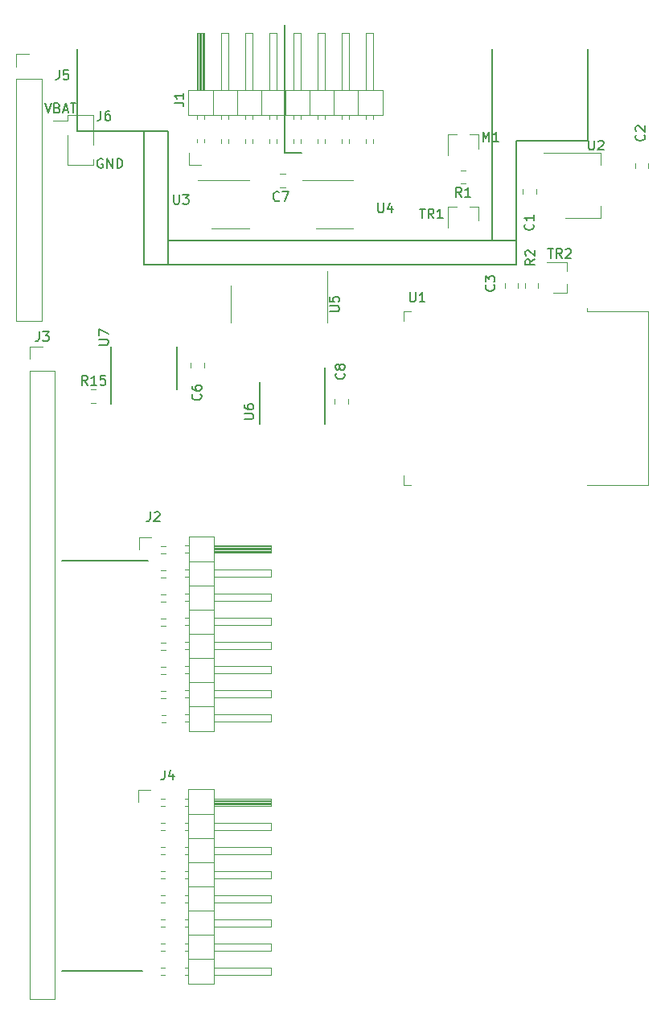
<source format=gbr>
G04 #@! TF.GenerationSoftware,KiCad,Pcbnew,5.1.5+dfsg1-2build2*
G04 #@! TF.CreationDate,2021-11-13T08:57:07+00:00*
G04 #@! TF.ProjectId,psion-org2-power,7073696f-6e2d-46f7-9267-322d706f7765,rev?*
G04 #@! TF.SameCoordinates,Original*
G04 #@! TF.FileFunction,Legend,Top*
G04 #@! TF.FilePolarity,Positive*
%FSLAX46Y46*%
G04 Gerber Fmt 4.6, Leading zero omitted, Abs format (unit mm)*
G04 Created by KiCad (PCBNEW 5.1.5+dfsg1-2build2) date 2021-11-13 08:57:07*
%MOMM*%
%LPD*%
G04 APERTURE LIST*
%ADD10C,0.150000*%
%ADD11C,0.120000*%
G04 APERTURE END LIST*
D10*
X88538095Y-41000000D02*
X88442857Y-40952380D01*
X88300000Y-40952380D01*
X88157142Y-41000000D01*
X88061904Y-41095238D01*
X88014285Y-41190476D01*
X87966666Y-41380952D01*
X87966666Y-41523809D01*
X88014285Y-41714285D01*
X88061904Y-41809523D01*
X88157142Y-41904761D01*
X88300000Y-41952380D01*
X88395238Y-41952380D01*
X88538095Y-41904761D01*
X88585714Y-41857142D01*
X88585714Y-41523809D01*
X88395238Y-41523809D01*
X89014285Y-41952380D02*
X89014285Y-40952380D01*
X89585714Y-41952380D01*
X89585714Y-40952380D01*
X90061904Y-41952380D02*
X90061904Y-40952380D01*
X90300000Y-40952380D01*
X90442857Y-41000000D01*
X90538095Y-41095238D01*
X90585714Y-41190476D01*
X90633333Y-41380952D01*
X90633333Y-41523809D01*
X90585714Y-41714285D01*
X90538095Y-41809523D01*
X90442857Y-41904761D01*
X90300000Y-41952380D01*
X90061904Y-41952380D01*
X82457142Y-35152380D02*
X82790476Y-36152380D01*
X83123809Y-35152380D01*
X83790476Y-35628571D02*
X83933333Y-35676190D01*
X83980952Y-35723809D01*
X84028571Y-35819047D01*
X84028571Y-35961904D01*
X83980952Y-36057142D01*
X83933333Y-36104761D01*
X83838095Y-36152380D01*
X83457142Y-36152380D01*
X83457142Y-35152380D01*
X83790476Y-35152380D01*
X83885714Y-35200000D01*
X83933333Y-35247619D01*
X83980952Y-35342857D01*
X83980952Y-35438095D01*
X83933333Y-35533333D01*
X83885714Y-35580952D01*
X83790476Y-35628571D01*
X83457142Y-35628571D01*
X84409523Y-35866666D02*
X84885714Y-35866666D01*
X84314285Y-36152380D02*
X84647619Y-35152380D01*
X84980952Y-36152380D01*
X85171428Y-35152380D02*
X85742857Y-35152380D01*
X85457142Y-36152380D02*
X85457142Y-35152380D01*
X107700000Y-40400000D02*
X109500000Y-40400000D01*
X107700000Y-26900000D02*
X107700000Y-40400000D01*
X129600000Y-49600000D02*
X129600000Y-29400000D01*
X132100000Y-49600000D02*
X129600000Y-49600000D01*
X95400000Y-49600000D02*
X132100000Y-49600000D01*
X95400000Y-38100000D02*
X95400000Y-52100000D01*
X95400000Y-38100000D02*
X92900000Y-38100000D01*
X139600000Y-30900000D02*
X139600000Y-29400000D01*
X139600000Y-39100000D02*
X139600000Y-30900000D01*
X132100000Y-39100000D02*
X139600000Y-39100000D01*
X132100000Y-52100000D02*
X132100000Y-39100000D01*
X92900000Y-52100000D02*
X132100000Y-52100000D01*
X92900000Y-38100000D02*
X92900000Y-52100000D01*
X85900000Y-38100000D02*
X92900000Y-38100000D01*
X85900000Y-29400000D02*
X85900000Y-38100000D01*
X84300000Y-83250000D02*
X93350000Y-83250000D01*
X84300000Y-126500000D02*
X92700000Y-126500000D01*
X89450000Y-66750000D02*
X89450000Y-60775000D01*
X96350000Y-65225000D02*
X96350000Y-60775000D01*
D11*
X107241422Y-44010000D02*
X107758578Y-44010000D01*
X107241422Y-42590000D02*
X107758578Y-42590000D01*
D10*
X111950000Y-62950000D02*
X111950000Y-68925000D01*
X105050000Y-64475000D02*
X105050000Y-68925000D01*
D11*
X128080000Y-38440000D02*
X128080000Y-39900000D01*
X124920000Y-38440000D02*
X124920000Y-40600000D01*
X124920000Y-38440000D02*
X125850000Y-38440000D01*
X128080000Y-38440000D02*
X127150000Y-38440000D01*
X128080000Y-46040000D02*
X128080000Y-47500000D01*
X124920000Y-46040000D02*
X124920000Y-48200000D01*
X124920000Y-46040000D02*
X125850000Y-46040000D01*
X128080000Y-46040000D02*
X127150000Y-46040000D01*
X126758578Y-42190000D02*
X126241422Y-42190000D01*
X126758578Y-43610000D02*
X126241422Y-43610000D01*
X84870000Y-38490000D02*
X84870000Y-41600000D01*
X87530000Y-41030000D02*
X87530000Y-41600000D01*
X84870000Y-36400000D02*
X84870000Y-36970000D01*
X84870000Y-36970000D02*
X83350000Y-36970000D01*
X87530000Y-36400000D02*
X87530000Y-39510000D01*
X84870000Y-41600000D02*
X87530000Y-41600000D01*
X84870000Y-36400000D02*
X87530000Y-36400000D01*
X97630000Y-41670000D02*
X97630000Y-40400000D01*
X98900000Y-41670000D02*
X97630000Y-41670000D01*
X117060000Y-39357071D02*
X117060000Y-38902929D01*
X116300000Y-39357071D02*
X116300000Y-38902929D01*
X117060000Y-36817071D02*
X117060000Y-36420000D01*
X116300000Y-36817071D02*
X116300000Y-36420000D01*
X117060000Y-27760000D02*
X117060000Y-33760000D01*
X116300000Y-27760000D02*
X117060000Y-27760000D01*
X116300000Y-33760000D02*
X116300000Y-27760000D01*
X115410000Y-36420000D02*
X115410000Y-33760000D01*
X114520000Y-39357071D02*
X114520000Y-38902929D01*
X113760000Y-39357071D02*
X113760000Y-38902929D01*
X114520000Y-36817071D02*
X114520000Y-36420000D01*
X113760000Y-36817071D02*
X113760000Y-36420000D01*
X114520000Y-27760000D02*
X114520000Y-33760000D01*
X113760000Y-27760000D02*
X114520000Y-27760000D01*
X113760000Y-33760000D02*
X113760000Y-27760000D01*
X112870000Y-36420000D02*
X112870000Y-33760000D01*
X111980000Y-39357071D02*
X111980000Y-38902929D01*
X111220000Y-39357071D02*
X111220000Y-38902929D01*
X111980000Y-36817071D02*
X111980000Y-36420000D01*
X111220000Y-36817071D02*
X111220000Y-36420000D01*
X111980000Y-27760000D02*
X111980000Y-33760000D01*
X111220000Y-27760000D02*
X111980000Y-27760000D01*
X111220000Y-33760000D02*
X111220000Y-27760000D01*
X110330000Y-36420000D02*
X110330000Y-33760000D01*
X109440000Y-39357071D02*
X109440000Y-38902929D01*
X108680000Y-39357071D02*
X108680000Y-38902929D01*
X109440000Y-36817071D02*
X109440000Y-36420000D01*
X108680000Y-36817071D02*
X108680000Y-36420000D01*
X109440000Y-27760000D02*
X109440000Y-33760000D01*
X108680000Y-27760000D02*
X109440000Y-27760000D01*
X108680000Y-33760000D02*
X108680000Y-27760000D01*
X107790000Y-36420000D02*
X107790000Y-33760000D01*
X106900000Y-39357071D02*
X106900000Y-38902929D01*
X106140000Y-39357071D02*
X106140000Y-38902929D01*
X106900000Y-36817071D02*
X106900000Y-36420000D01*
X106140000Y-36817071D02*
X106140000Y-36420000D01*
X106900000Y-27760000D02*
X106900000Y-33760000D01*
X106140000Y-27760000D02*
X106900000Y-27760000D01*
X106140000Y-33760000D02*
X106140000Y-27760000D01*
X105250000Y-36420000D02*
X105250000Y-33760000D01*
X104360000Y-39357071D02*
X104360000Y-38902929D01*
X103600000Y-39357071D02*
X103600000Y-38902929D01*
X104360000Y-36817071D02*
X104360000Y-36420000D01*
X103600000Y-36817071D02*
X103600000Y-36420000D01*
X104360000Y-27760000D02*
X104360000Y-33760000D01*
X103600000Y-27760000D02*
X104360000Y-27760000D01*
X103600000Y-33760000D02*
X103600000Y-27760000D01*
X102710000Y-36420000D02*
X102710000Y-33760000D01*
X101820000Y-39357071D02*
X101820000Y-38902929D01*
X101060000Y-39357071D02*
X101060000Y-38902929D01*
X101820000Y-36817071D02*
X101820000Y-36420000D01*
X101060000Y-36817071D02*
X101060000Y-36420000D01*
X101820000Y-27760000D02*
X101820000Y-33760000D01*
X101060000Y-27760000D02*
X101820000Y-27760000D01*
X101060000Y-33760000D02*
X101060000Y-27760000D01*
X100170000Y-36420000D02*
X100170000Y-33760000D01*
X99280000Y-39290000D02*
X99280000Y-38902929D01*
X98520000Y-39290000D02*
X98520000Y-38902929D01*
X99280000Y-36817071D02*
X99280000Y-36420000D01*
X98520000Y-36817071D02*
X98520000Y-36420000D01*
X99180000Y-33760000D02*
X99180000Y-27760000D01*
X99060000Y-33760000D02*
X99060000Y-27760000D01*
X98940000Y-33760000D02*
X98940000Y-27760000D01*
X98820000Y-33760000D02*
X98820000Y-27760000D01*
X98700000Y-33760000D02*
X98700000Y-27760000D01*
X98580000Y-33760000D02*
X98580000Y-27760000D01*
X99280000Y-27760000D02*
X99280000Y-33760000D01*
X98520000Y-27760000D02*
X99280000Y-27760000D01*
X98520000Y-33760000D02*
X98520000Y-27760000D01*
X97570000Y-33760000D02*
X97570000Y-36420000D01*
X118010000Y-33760000D02*
X97570000Y-33760000D01*
X118010000Y-36420000D02*
X118010000Y-33760000D01*
X97570000Y-36420000D02*
X118010000Y-36420000D01*
X92330000Y-107430000D02*
X93600000Y-107430000D01*
X92330000Y-108700000D02*
X92330000Y-107430000D01*
X94642929Y-108340000D02*
X95097071Y-108340000D01*
X94642929Y-109100000D02*
X95097071Y-109100000D01*
X97182929Y-126860000D02*
X97580000Y-126860000D01*
X97182929Y-126100000D02*
X97580000Y-126100000D01*
X106240000Y-126860000D02*
X100240000Y-126860000D01*
X106240000Y-126100000D02*
X106240000Y-126860000D01*
X100240000Y-126100000D02*
X106240000Y-126100000D01*
X97580000Y-125210000D02*
X100240000Y-125210000D01*
X94642929Y-110880000D02*
X95097071Y-110880000D01*
X94642929Y-111640000D02*
X95097071Y-111640000D01*
X97182929Y-124320000D02*
X97580000Y-124320000D01*
X97182929Y-123560000D02*
X97580000Y-123560000D01*
X106240000Y-124320000D02*
X100240000Y-124320000D01*
X106240000Y-123560000D02*
X106240000Y-124320000D01*
X100240000Y-123560000D02*
X106240000Y-123560000D01*
X97580000Y-122670000D02*
X100240000Y-122670000D01*
X94642929Y-113420000D02*
X95097071Y-113420000D01*
X94642929Y-114180000D02*
X95097071Y-114180000D01*
X97182929Y-121780000D02*
X97580000Y-121780000D01*
X97182929Y-121020000D02*
X97580000Y-121020000D01*
X106240000Y-121780000D02*
X100240000Y-121780000D01*
X106240000Y-121020000D02*
X106240000Y-121780000D01*
X100240000Y-121020000D02*
X106240000Y-121020000D01*
X97580000Y-120130000D02*
X100240000Y-120130000D01*
X94642929Y-115960000D02*
X95097071Y-115960000D01*
X94642929Y-116720000D02*
X95097071Y-116720000D01*
X97182929Y-119240000D02*
X97580000Y-119240000D01*
X97182929Y-118480000D02*
X97580000Y-118480000D01*
X106240000Y-119240000D02*
X100240000Y-119240000D01*
X106240000Y-118480000D02*
X106240000Y-119240000D01*
X100240000Y-118480000D02*
X106240000Y-118480000D01*
X97580000Y-117590000D02*
X100240000Y-117590000D01*
X94642929Y-118500000D02*
X95097071Y-118500000D01*
X94642929Y-119260000D02*
X95097071Y-119260000D01*
X97182929Y-116700000D02*
X97580000Y-116700000D01*
X97182929Y-115940000D02*
X97580000Y-115940000D01*
X106240000Y-116700000D02*
X100240000Y-116700000D01*
X106240000Y-115940000D02*
X106240000Y-116700000D01*
X100240000Y-115940000D02*
X106240000Y-115940000D01*
X97580000Y-115050000D02*
X100240000Y-115050000D01*
X94642929Y-121040000D02*
X95097071Y-121040000D01*
X94642929Y-121800000D02*
X95097071Y-121800000D01*
X97182929Y-114160000D02*
X97580000Y-114160000D01*
X97182929Y-113400000D02*
X97580000Y-113400000D01*
X106240000Y-114160000D02*
X100240000Y-114160000D01*
X106240000Y-113400000D02*
X106240000Y-114160000D01*
X100240000Y-113400000D02*
X106240000Y-113400000D01*
X97580000Y-112510000D02*
X100240000Y-112510000D01*
X94642929Y-123580000D02*
X95097071Y-123580000D01*
X94642929Y-124340000D02*
X95097071Y-124340000D01*
X97182929Y-111620000D02*
X97580000Y-111620000D01*
X97182929Y-110860000D02*
X97580000Y-110860000D01*
X106240000Y-111620000D02*
X100240000Y-111620000D01*
X106240000Y-110860000D02*
X106240000Y-111620000D01*
X100240000Y-110860000D02*
X106240000Y-110860000D01*
X97580000Y-109970000D02*
X100240000Y-109970000D01*
X94710000Y-126120000D02*
X95097071Y-126120000D01*
X94710000Y-126880000D02*
X95097071Y-126880000D01*
X97182929Y-109080000D02*
X97580000Y-109080000D01*
X97182929Y-108320000D02*
X97580000Y-108320000D01*
X100240000Y-108980000D02*
X106240000Y-108980000D01*
X100240000Y-108860000D02*
X106240000Y-108860000D01*
X100240000Y-108740000D02*
X106240000Y-108740000D01*
X100240000Y-108620000D02*
X106240000Y-108620000D01*
X100240000Y-108500000D02*
X106240000Y-108500000D01*
X100240000Y-108380000D02*
X106240000Y-108380000D01*
X106240000Y-109080000D02*
X100240000Y-109080000D01*
X106240000Y-108320000D02*
X106240000Y-109080000D01*
X100240000Y-108320000D02*
X106240000Y-108320000D01*
X100240000Y-107370000D02*
X97580000Y-107370000D01*
X100240000Y-127810000D02*
X100240000Y-107370000D01*
X97580000Y-127810000D02*
X100240000Y-127810000D01*
X97580000Y-107370000D02*
X97580000Y-127810000D01*
X92380000Y-80830000D02*
X93650000Y-80830000D01*
X92380000Y-82100000D02*
X92380000Y-80830000D01*
X94692929Y-81740000D02*
X95147071Y-81740000D01*
X94692929Y-82500000D02*
X95147071Y-82500000D01*
X97232929Y-100260000D02*
X97630000Y-100260000D01*
X97232929Y-99500000D02*
X97630000Y-99500000D01*
X106290000Y-100260000D02*
X100290000Y-100260000D01*
X106290000Y-99500000D02*
X106290000Y-100260000D01*
X100290000Y-99500000D02*
X106290000Y-99500000D01*
X97630000Y-98610000D02*
X100290000Y-98610000D01*
X94692929Y-84280000D02*
X95147071Y-84280000D01*
X94692929Y-85040000D02*
X95147071Y-85040000D01*
X97232929Y-97720000D02*
X97630000Y-97720000D01*
X97232929Y-96960000D02*
X97630000Y-96960000D01*
X106290000Y-97720000D02*
X100290000Y-97720000D01*
X106290000Y-96960000D02*
X106290000Y-97720000D01*
X100290000Y-96960000D02*
X106290000Y-96960000D01*
X97630000Y-96070000D02*
X100290000Y-96070000D01*
X94692929Y-86820000D02*
X95147071Y-86820000D01*
X94692929Y-87580000D02*
X95147071Y-87580000D01*
X97232929Y-95180000D02*
X97630000Y-95180000D01*
X97232929Y-94420000D02*
X97630000Y-94420000D01*
X106290000Y-95180000D02*
X100290000Y-95180000D01*
X106290000Y-94420000D02*
X106290000Y-95180000D01*
X100290000Y-94420000D02*
X106290000Y-94420000D01*
X97630000Y-93530000D02*
X100290000Y-93530000D01*
X94692929Y-89360000D02*
X95147071Y-89360000D01*
X94692929Y-90120000D02*
X95147071Y-90120000D01*
X97232929Y-92640000D02*
X97630000Y-92640000D01*
X97232929Y-91880000D02*
X97630000Y-91880000D01*
X106290000Y-92640000D02*
X100290000Y-92640000D01*
X106290000Y-91880000D02*
X106290000Y-92640000D01*
X100290000Y-91880000D02*
X106290000Y-91880000D01*
X97630000Y-90990000D02*
X100290000Y-90990000D01*
X94692929Y-91900000D02*
X95147071Y-91900000D01*
X94692929Y-92660000D02*
X95147071Y-92660000D01*
X97232929Y-90100000D02*
X97630000Y-90100000D01*
X97232929Y-89340000D02*
X97630000Y-89340000D01*
X106290000Y-90100000D02*
X100290000Y-90100000D01*
X106290000Y-89340000D02*
X106290000Y-90100000D01*
X100290000Y-89340000D02*
X106290000Y-89340000D01*
X97630000Y-88450000D02*
X100290000Y-88450000D01*
X94692929Y-94440000D02*
X95147071Y-94440000D01*
X94692929Y-95200000D02*
X95147071Y-95200000D01*
X97232929Y-87560000D02*
X97630000Y-87560000D01*
X97232929Y-86800000D02*
X97630000Y-86800000D01*
X106290000Y-87560000D02*
X100290000Y-87560000D01*
X106290000Y-86800000D02*
X106290000Y-87560000D01*
X100290000Y-86800000D02*
X106290000Y-86800000D01*
X97630000Y-85910000D02*
X100290000Y-85910000D01*
X94692929Y-96980000D02*
X95147071Y-96980000D01*
X94692929Y-97740000D02*
X95147071Y-97740000D01*
X97232929Y-85020000D02*
X97630000Y-85020000D01*
X97232929Y-84260000D02*
X97630000Y-84260000D01*
X106290000Y-85020000D02*
X100290000Y-85020000D01*
X106290000Y-84260000D02*
X106290000Y-85020000D01*
X100290000Y-84260000D02*
X106290000Y-84260000D01*
X97630000Y-83370000D02*
X100290000Y-83370000D01*
X94760000Y-99520000D02*
X95147071Y-99520000D01*
X94760000Y-100280000D02*
X95147071Y-100280000D01*
X97232929Y-82480000D02*
X97630000Y-82480000D01*
X97232929Y-81720000D02*
X97630000Y-81720000D01*
X100290000Y-82380000D02*
X106290000Y-82380000D01*
X100290000Y-82260000D02*
X106290000Y-82260000D01*
X100290000Y-82140000D02*
X106290000Y-82140000D01*
X100290000Y-82020000D02*
X106290000Y-82020000D01*
X100290000Y-81900000D02*
X106290000Y-81900000D01*
X100290000Y-81780000D02*
X106290000Y-81780000D01*
X106290000Y-82480000D02*
X100290000Y-82480000D01*
X106290000Y-81720000D02*
X106290000Y-82480000D01*
X100290000Y-81720000D02*
X106290000Y-81720000D01*
X100290000Y-80770000D02*
X97630000Y-80770000D01*
X100290000Y-101210000D02*
X100290000Y-80770000D01*
X97630000Y-101210000D02*
X100290000Y-101210000D01*
X97630000Y-80770000D02*
X97630000Y-101210000D01*
X113000000Y-43240000D02*
X109550000Y-43240000D01*
X113000000Y-43240000D02*
X114950000Y-43240000D01*
X113000000Y-48360000D02*
X111050000Y-48360000D01*
X113000000Y-48360000D02*
X114950000Y-48360000D01*
X102000000Y-43240000D02*
X98550000Y-43240000D01*
X102000000Y-43240000D02*
X103950000Y-43240000D01*
X102000000Y-48360000D02*
X100050000Y-48360000D01*
X102000000Y-48360000D02*
X103950000Y-48360000D01*
X112160000Y-56300000D02*
X112160000Y-52850000D01*
X112160000Y-56300000D02*
X112160000Y-58250000D01*
X102040000Y-56300000D02*
X102040000Y-54350000D01*
X102040000Y-56300000D02*
X102040000Y-58250000D01*
X79470000Y-29970000D02*
X80800000Y-29970000D01*
X79470000Y-31300000D02*
X79470000Y-29970000D01*
X79470000Y-32570000D02*
X82130000Y-32570000D01*
X82130000Y-32570000D02*
X82130000Y-58030000D01*
X79470000Y-32570000D02*
X79470000Y-58030000D01*
X79470000Y-58030000D02*
X82130000Y-58030000D01*
X135000000Y-40390000D02*
X141010000Y-40390000D01*
X137250000Y-47210000D02*
X141010000Y-47210000D01*
X141010000Y-40390000D02*
X141010000Y-41650000D01*
X141010000Y-47210000D02*
X141010000Y-45950000D01*
X137460000Y-55080000D02*
X136000000Y-55080000D01*
X137460000Y-51920000D02*
X135300000Y-51920000D01*
X137460000Y-51920000D02*
X137460000Y-52850000D01*
X137460000Y-55080000D02*
X137460000Y-54150000D01*
X134410000Y-54558578D02*
X134410000Y-54041422D01*
X132990000Y-54558578D02*
X132990000Y-54041422D01*
X132310000Y-54558578D02*
X132310000Y-54041422D01*
X130890000Y-54558578D02*
X130890000Y-54041422D01*
X146010000Y-41958578D02*
X146010000Y-41441422D01*
X144590000Y-41958578D02*
X144590000Y-41441422D01*
X134210000Y-44658578D02*
X134210000Y-44141422D01*
X132790000Y-44658578D02*
X132790000Y-44141422D01*
X139545000Y-57080000D02*
X139545000Y-56700000D01*
X145965000Y-57080000D02*
X139545000Y-57080000D01*
X145965000Y-75320000D02*
X139545000Y-75320000D01*
X145965000Y-57080000D02*
X145965000Y-75320000D01*
X120220000Y-75320000D02*
X120220000Y-74320000D01*
X121000000Y-75320000D02*
X120220000Y-75320000D01*
X120220000Y-57080000D02*
X120220000Y-58080000D01*
X121000000Y-57080000D02*
X120220000Y-57080000D01*
X87341422Y-66710000D02*
X87858578Y-66710000D01*
X87341422Y-65290000D02*
X87858578Y-65290000D01*
X80870000Y-60730000D02*
X82200000Y-60730000D01*
X80870000Y-62060000D02*
X80870000Y-60730000D01*
X80870000Y-63330000D02*
X83530000Y-63330000D01*
X83530000Y-63330000D02*
X83530000Y-129430000D01*
X80870000Y-63330000D02*
X80870000Y-129430000D01*
X80870000Y-129430000D02*
X83530000Y-129430000D01*
X114410000Y-66758578D02*
X114410000Y-66241422D01*
X112990000Y-66758578D02*
X112990000Y-66241422D01*
X97790000Y-62441422D02*
X97790000Y-62958578D01*
X99210000Y-62441422D02*
X99210000Y-62958578D01*
D10*
X88152380Y-60561904D02*
X88961904Y-60561904D01*
X89057142Y-60514285D01*
X89104761Y-60466666D01*
X89152380Y-60371428D01*
X89152380Y-60180952D01*
X89104761Y-60085714D01*
X89057142Y-60038095D01*
X88961904Y-59990476D01*
X88152380Y-59990476D01*
X88152380Y-59609523D02*
X88152380Y-58942857D01*
X89152380Y-59371428D01*
X107133333Y-45357142D02*
X107085714Y-45404761D01*
X106942857Y-45452380D01*
X106847619Y-45452380D01*
X106704761Y-45404761D01*
X106609523Y-45309523D01*
X106561904Y-45214285D01*
X106514285Y-45023809D01*
X106514285Y-44880952D01*
X106561904Y-44690476D01*
X106609523Y-44595238D01*
X106704761Y-44500000D01*
X106847619Y-44452380D01*
X106942857Y-44452380D01*
X107085714Y-44500000D01*
X107133333Y-44547619D01*
X107466666Y-44452380D02*
X108133333Y-44452380D01*
X107704761Y-45452380D01*
X103452380Y-68361904D02*
X104261904Y-68361904D01*
X104357142Y-68314285D01*
X104404761Y-68266666D01*
X104452380Y-68171428D01*
X104452380Y-67980952D01*
X104404761Y-67885714D01*
X104357142Y-67838095D01*
X104261904Y-67790476D01*
X103452380Y-67790476D01*
X103452380Y-66885714D02*
X103452380Y-67076190D01*
X103500000Y-67171428D01*
X103547619Y-67219047D01*
X103690476Y-67314285D01*
X103880952Y-67361904D01*
X104261904Y-67361904D01*
X104357142Y-67314285D01*
X104404761Y-67266666D01*
X104452380Y-67171428D01*
X104452380Y-66980952D01*
X104404761Y-66885714D01*
X104357142Y-66838095D01*
X104261904Y-66790476D01*
X104023809Y-66790476D01*
X103928571Y-66838095D01*
X103880952Y-66885714D01*
X103833333Y-66980952D01*
X103833333Y-67171428D01*
X103880952Y-67266666D01*
X103928571Y-67314285D01*
X104023809Y-67361904D01*
X128590476Y-39152380D02*
X128590476Y-38152380D01*
X128923809Y-38866666D01*
X129257142Y-38152380D01*
X129257142Y-39152380D01*
X130257142Y-39152380D02*
X129685714Y-39152380D01*
X129971428Y-39152380D02*
X129971428Y-38152380D01*
X129876190Y-38295238D01*
X129780952Y-38390476D01*
X129685714Y-38438095D01*
X121938095Y-46252380D02*
X122509523Y-46252380D01*
X122223809Y-47252380D02*
X122223809Y-46252380D01*
X123414285Y-47252380D02*
X123080952Y-46776190D01*
X122842857Y-47252380D02*
X122842857Y-46252380D01*
X123223809Y-46252380D01*
X123319047Y-46300000D01*
X123366666Y-46347619D01*
X123414285Y-46442857D01*
X123414285Y-46585714D01*
X123366666Y-46680952D01*
X123319047Y-46728571D01*
X123223809Y-46776190D01*
X122842857Y-46776190D01*
X124366666Y-47252380D02*
X123795238Y-47252380D01*
X124080952Y-47252380D02*
X124080952Y-46252380D01*
X123985714Y-46395238D01*
X123890476Y-46490476D01*
X123795238Y-46538095D01*
X126333333Y-45002380D02*
X126000000Y-44526190D01*
X125761904Y-45002380D02*
X125761904Y-44002380D01*
X126142857Y-44002380D01*
X126238095Y-44050000D01*
X126285714Y-44097619D01*
X126333333Y-44192857D01*
X126333333Y-44335714D01*
X126285714Y-44430952D01*
X126238095Y-44478571D01*
X126142857Y-44526190D01*
X125761904Y-44526190D01*
X127285714Y-45002380D02*
X126714285Y-45002380D01*
X127000000Y-45002380D02*
X127000000Y-44002380D01*
X126904761Y-44145238D01*
X126809523Y-44240476D01*
X126714285Y-44288095D01*
X88366666Y-35952380D02*
X88366666Y-36666666D01*
X88319047Y-36809523D01*
X88223809Y-36904761D01*
X88080952Y-36952380D01*
X87985714Y-36952380D01*
X89271428Y-35952380D02*
X89080952Y-35952380D01*
X88985714Y-36000000D01*
X88938095Y-36047619D01*
X88842857Y-36190476D01*
X88795238Y-36380952D01*
X88795238Y-36761904D01*
X88842857Y-36857142D01*
X88890476Y-36904761D01*
X88985714Y-36952380D01*
X89176190Y-36952380D01*
X89271428Y-36904761D01*
X89319047Y-36857142D01*
X89366666Y-36761904D01*
X89366666Y-36523809D01*
X89319047Y-36428571D01*
X89271428Y-36380952D01*
X89176190Y-36333333D01*
X88985714Y-36333333D01*
X88890476Y-36380952D01*
X88842857Y-36428571D01*
X88795238Y-36523809D01*
X96082380Y-35078333D02*
X96796666Y-35078333D01*
X96939523Y-35125952D01*
X97034761Y-35221190D01*
X97082380Y-35364047D01*
X97082380Y-35459285D01*
X97082380Y-34078333D02*
X97082380Y-34649761D01*
X97082380Y-34364047D02*
X96082380Y-34364047D01*
X96225238Y-34459285D01*
X96320476Y-34554523D01*
X96368095Y-34649761D01*
X95066666Y-105352380D02*
X95066666Y-106066666D01*
X95019047Y-106209523D01*
X94923809Y-106304761D01*
X94780952Y-106352380D01*
X94685714Y-106352380D01*
X95971428Y-105685714D02*
X95971428Y-106352380D01*
X95733333Y-105304761D02*
X95495238Y-106019047D01*
X96114285Y-106019047D01*
X93566666Y-78152380D02*
X93566666Y-78866666D01*
X93519047Y-79009523D01*
X93423809Y-79104761D01*
X93280952Y-79152380D01*
X93185714Y-79152380D01*
X93995238Y-78247619D02*
X94042857Y-78200000D01*
X94138095Y-78152380D01*
X94376190Y-78152380D01*
X94471428Y-78200000D01*
X94519047Y-78247619D01*
X94566666Y-78342857D01*
X94566666Y-78438095D01*
X94519047Y-78580952D01*
X93947619Y-79152380D01*
X94566666Y-79152380D01*
X117538095Y-45652380D02*
X117538095Y-46461904D01*
X117585714Y-46557142D01*
X117633333Y-46604761D01*
X117728571Y-46652380D01*
X117919047Y-46652380D01*
X118014285Y-46604761D01*
X118061904Y-46557142D01*
X118109523Y-46461904D01*
X118109523Y-45652380D01*
X119014285Y-45985714D02*
X119014285Y-46652380D01*
X118776190Y-45604761D02*
X118538095Y-46319047D01*
X119157142Y-46319047D01*
X96038095Y-44752380D02*
X96038095Y-45561904D01*
X96085714Y-45657142D01*
X96133333Y-45704761D01*
X96228571Y-45752380D01*
X96419047Y-45752380D01*
X96514285Y-45704761D01*
X96561904Y-45657142D01*
X96609523Y-45561904D01*
X96609523Y-44752380D01*
X96990476Y-44752380D02*
X97609523Y-44752380D01*
X97276190Y-45133333D01*
X97419047Y-45133333D01*
X97514285Y-45180952D01*
X97561904Y-45228571D01*
X97609523Y-45323809D01*
X97609523Y-45561904D01*
X97561904Y-45657142D01*
X97514285Y-45704761D01*
X97419047Y-45752380D01*
X97133333Y-45752380D01*
X97038095Y-45704761D01*
X96990476Y-45657142D01*
X112452380Y-57061904D02*
X113261904Y-57061904D01*
X113357142Y-57014285D01*
X113404761Y-56966666D01*
X113452380Y-56871428D01*
X113452380Y-56680952D01*
X113404761Y-56585714D01*
X113357142Y-56538095D01*
X113261904Y-56490476D01*
X112452380Y-56490476D01*
X112452380Y-55538095D02*
X112452380Y-56014285D01*
X112928571Y-56061904D01*
X112880952Y-56014285D01*
X112833333Y-55919047D01*
X112833333Y-55680952D01*
X112880952Y-55585714D01*
X112928571Y-55538095D01*
X113023809Y-55490476D01*
X113261904Y-55490476D01*
X113357142Y-55538095D01*
X113404761Y-55585714D01*
X113452380Y-55680952D01*
X113452380Y-55919047D01*
X113404761Y-56014285D01*
X113357142Y-56061904D01*
X83966666Y-31652380D02*
X83966666Y-32366666D01*
X83919047Y-32509523D01*
X83823809Y-32604761D01*
X83680952Y-32652380D01*
X83585714Y-32652380D01*
X84919047Y-31652380D02*
X84442857Y-31652380D01*
X84395238Y-32128571D01*
X84442857Y-32080952D01*
X84538095Y-32033333D01*
X84776190Y-32033333D01*
X84871428Y-32080952D01*
X84919047Y-32128571D01*
X84966666Y-32223809D01*
X84966666Y-32461904D01*
X84919047Y-32557142D01*
X84871428Y-32604761D01*
X84776190Y-32652380D01*
X84538095Y-32652380D01*
X84442857Y-32604761D01*
X84395238Y-32557142D01*
X139738095Y-39052380D02*
X139738095Y-39861904D01*
X139785714Y-39957142D01*
X139833333Y-40004761D01*
X139928571Y-40052380D01*
X140119047Y-40052380D01*
X140214285Y-40004761D01*
X140261904Y-39957142D01*
X140309523Y-39861904D01*
X140309523Y-39052380D01*
X140738095Y-39147619D02*
X140785714Y-39100000D01*
X140880952Y-39052380D01*
X141119047Y-39052380D01*
X141214285Y-39100000D01*
X141261904Y-39147619D01*
X141309523Y-39242857D01*
X141309523Y-39338095D01*
X141261904Y-39480952D01*
X140690476Y-40052380D01*
X141309523Y-40052380D01*
X135438095Y-50452380D02*
X136009523Y-50452380D01*
X135723809Y-51452380D02*
X135723809Y-50452380D01*
X136914285Y-51452380D02*
X136580952Y-50976190D01*
X136342857Y-51452380D02*
X136342857Y-50452380D01*
X136723809Y-50452380D01*
X136819047Y-50500000D01*
X136866666Y-50547619D01*
X136914285Y-50642857D01*
X136914285Y-50785714D01*
X136866666Y-50880952D01*
X136819047Y-50928571D01*
X136723809Y-50976190D01*
X136342857Y-50976190D01*
X137295238Y-50547619D02*
X137342857Y-50500000D01*
X137438095Y-50452380D01*
X137676190Y-50452380D01*
X137771428Y-50500000D01*
X137819047Y-50547619D01*
X137866666Y-50642857D01*
X137866666Y-50738095D01*
X137819047Y-50880952D01*
X137247619Y-51452380D01*
X137866666Y-51452380D01*
X134052380Y-51566666D02*
X133576190Y-51900000D01*
X134052380Y-52138095D02*
X133052380Y-52138095D01*
X133052380Y-51757142D01*
X133100000Y-51661904D01*
X133147619Y-51614285D01*
X133242857Y-51566666D01*
X133385714Y-51566666D01*
X133480952Y-51614285D01*
X133528571Y-51661904D01*
X133576190Y-51757142D01*
X133576190Y-52138095D01*
X133147619Y-51185714D02*
X133100000Y-51138095D01*
X133052380Y-51042857D01*
X133052380Y-50804761D01*
X133100000Y-50709523D01*
X133147619Y-50661904D01*
X133242857Y-50614285D01*
X133338095Y-50614285D01*
X133480952Y-50661904D01*
X134052380Y-51233333D01*
X134052380Y-50614285D01*
X129757142Y-54266666D02*
X129804761Y-54314285D01*
X129852380Y-54457142D01*
X129852380Y-54552380D01*
X129804761Y-54695238D01*
X129709523Y-54790476D01*
X129614285Y-54838095D01*
X129423809Y-54885714D01*
X129280952Y-54885714D01*
X129090476Y-54838095D01*
X128995238Y-54790476D01*
X128900000Y-54695238D01*
X128852380Y-54552380D01*
X128852380Y-54457142D01*
X128900000Y-54314285D01*
X128947619Y-54266666D01*
X128852380Y-53933333D02*
X128852380Y-53314285D01*
X129233333Y-53647619D01*
X129233333Y-53504761D01*
X129280952Y-53409523D01*
X129328571Y-53361904D01*
X129423809Y-53314285D01*
X129661904Y-53314285D01*
X129757142Y-53361904D01*
X129804761Y-53409523D01*
X129852380Y-53504761D01*
X129852380Y-53790476D01*
X129804761Y-53885714D01*
X129757142Y-53933333D01*
X145557142Y-38466666D02*
X145604761Y-38514285D01*
X145652380Y-38657142D01*
X145652380Y-38752380D01*
X145604761Y-38895238D01*
X145509523Y-38990476D01*
X145414285Y-39038095D01*
X145223809Y-39085714D01*
X145080952Y-39085714D01*
X144890476Y-39038095D01*
X144795238Y-38990476D01*
X144700000Y-38895238D01*
X144652380Y-38752380D01*
X144652380Y-38657142D01*
X144700000Y-38514285D01*
X144747619Y-38466666D01*
X144747619Y-38085714D02*
X144700000Y-38038095D01*
X144652380Y-37942857D01*
X144652380Y-37704761D01*
X144700000Y-37609523D01*
X144747619Y-37561904D01*
X144842857Y-37514285D01*
X144938095Y-37514285D01*
X145080952Y-37561904D01*
X145652380Y-38133333D01*
X145652380Y-37514285D01*
X133857142Y-47866666D02*
X133904761Y-47914285D01*
X133952380Y-48057142D01*
X133952380Y-48152380D01*
X133904761Y-48295238D01*
X133809523Y-48390476D01*
X133714285Y-48438095D01*
X133523809Y-48485714D01*
X133380952Y-48485714D01*
X133190476Y-48438095D01*
X133095238Y-48390476D01*
X133000000Y-48295238D01*
X132952380Y-48152380D01*
X132952380Y-48057142D01*
X133000000Y-47914285D01*
X133047619Y-47866666D01*
X133952380Y-46914285D02*
X133952380Y-47485714D01*
X133952380Y-47200000D02*
X132952380Y-47200000D01*
X133095238Y-47295238D01*
X133190476Y-47390476D01*
X133238095Y-47485714D01*
X120908095Y-55042380D02*
X120908095Y-55851904D01*
X120955714Y-55947142D01*
X121003333Y-55994761D01*
X121098571Y-56042380D01*
X121289047Y-56042380D01*
X121384285Y-55994761D01*
X121431904Y-55947142D01*
X121479523Y-55851904D01*
X121479523Y-55042380D01*
X122479523Y-56042380D02*
X121908095Y-56042380D01*
X122193809Y-56042380D02*
X122193809Y-55042380D01*
X122098571Y-55185238D01*
X122003333Y-55280476D01*
X121908095Y-55328095D01*
X86957142Y-64802380D02*
X86623809Y-64326190D01*
X86385714Y-64802380D02*
X86385714Y-63802380D01*
X86766666Y-63802380D01*
X86861904Y-63850000D01*
X86909523Y-63897619D01*
X86957142Y-63992857D01*
X86957142Y-64135714D01*
X86909523Y-64230952D01*
X86861904Y-64278571D01*
X86766666Y-64326190D01*
X86385714Y-64326190D01*
X87909523Y-64802380D02*
X87338095Y-64802380D01*
X87623809Y-64802380D02*
X87623809Y-63802380D01*
X87528571Y-63945238D01*
X87433333Y-64040476D01*
X87338095Y-64088095D01*
X88814285Y-63802380D02*
X88338095Y-63802380D01*
X88290476Y-64278571D01*
X88338095Y-64230952D01*
X88433333Y-64183333D01*
X88671428Y-64183333D01*
X88766666Y-64230952D01*
X88814285Y-64278571D01*
X88861904Y-64373809D01*
X88861904Y-64611904D01*
X88814285Y-64707142D01*
X88766666Y-64754761D01*
X88671428Y-64802380D01*
X88433333Y-64802380D01*
X88338095Y-64754761D01*
X88290476Y-64707142D01*
X81866666Y-59182380D02*
X81866666Y-59896666D01*
X81819047Y-60039523D01*
X81723809Y-60134761D01*
X81580952Y-60182380D01*
X81485714Y-60182380D01*
X82247619Y-59182380D02*
X82866666Y-59182380D01*
X82533333Y-59563333D01*
X82676190Y-59563333D01*
X82771428Y-59610952D01*
X82819047Y-59658571D01*
X82866666Y-59753809D01*
X82866666Y-59991904D01*
X82819047Y-60087142D01*
X82771428Y-60134761D01*
X82676190Y-60182380D01*
X82390476Y-60182380D01*
X82295238Y-60134761D01*
X82247619Y-60087142D01*
X113957142Y-63566666D02*
X114004761Y-63614285D01*
X114052380Y-63757142D01*
X114052380Y-63852380D01*
X114004761Y-63995238D01*
X113909523Y-64090476D01*
X113814285Y-64138095D01*
X113623809Y-64185714D01*
X113480952Y-64185714D01*
X113290476Y-64138095D01*
X113195238Y-64090476D01*
X113100000Y-63995238D01*
X113052380Y-63852380D01*
X113052380Y-63757142D01*
X113100000Y-63614285D01*
X113147619Y-63566666D01*
X113480952Y-62995238D02*
X113433333Y-63090476D01*
X113385714Y-63138095D01*
X113290476Y-63185714D01*
X113242857Y-63185714D01*
X113147619Y-63138095D01*
X113100000Y-63090476D01*
X113052380Y-62995238D01*
X113052380Y-62804761D01*
X113100000Y-62709523D01*
X113147619Y-62661904D01*
X113242857Y-62614285D01*
X113290476Y-62614285D01*
X113385714Y-62661904D01*
X113433333Y-62709523D01*
X113480952Y-62804761D01*
X113480952Y-62995238D01*
X113528571Y-63090476D01*
X113576190Y-63138095D01*
X113671428Y-63185714D01*
X113861904Y-63185714D01*
X113957142Y-63138095D01*
X114004761Y-63090476D01*
X114052380Y-62995238D01*
X114052380Y-62804761D01*
X114004761Y-62709523D01*
X113957142Y-62661904D01*
X113861904Y-62614285D01*
X113671428Y-62614285D01*
X113576190Y-62661904D01*
X113528571Y-62709523D01*
X113480952Y-62804761D01*
X98857142Y-65766666D02*
X98904761Y-65814285D01*
X98952380Y-65957142D01*
X98952380Y-66052380D01*
X98904761Y-66195238D01*
X98809523Y-66290476D01*
X98714285Y-66338095D01*
X98523809Y-66385714D01*
X98380952Y-66385714D01*
X98190476Y-66338095D01*
X98095238Y-66290476D01*
X98000000Y-66195238D01*
X97952380Y-66052380D01*
X97952380Y-65957142D01*
X98000000Y-65814285D01*
X98047619Y-65766666D01*
X97952380Y-64909523D02*
X97952380Y-65100000D01*
X98000000Y-65195238D01*
X98047619Y-65242857D01*
X98190476Y-65338095D01*
X98380952Y-65385714D01*
X98761904Y-65385714D01*
X98857142Y-65338095D01*
X98904761Y-65290476D01*
X98952380Y-65195238D01*
X98952380Y-65004761D01*
X98904761Y-64909523D01*
X98857142Y-64861904D01*
X98761904Y-64814285D01*
X98523809Y-64814285D01*
X98428571Y-64861904D01*
X98380952Y-64909523D01*
X98333333Y-65004761D01*
X98333333Y-65195238D01*
X98380952Y-65290476D01*
X98428571Y-65338095D01*
X98523809Y-65385714D01*
M02*

</source>
